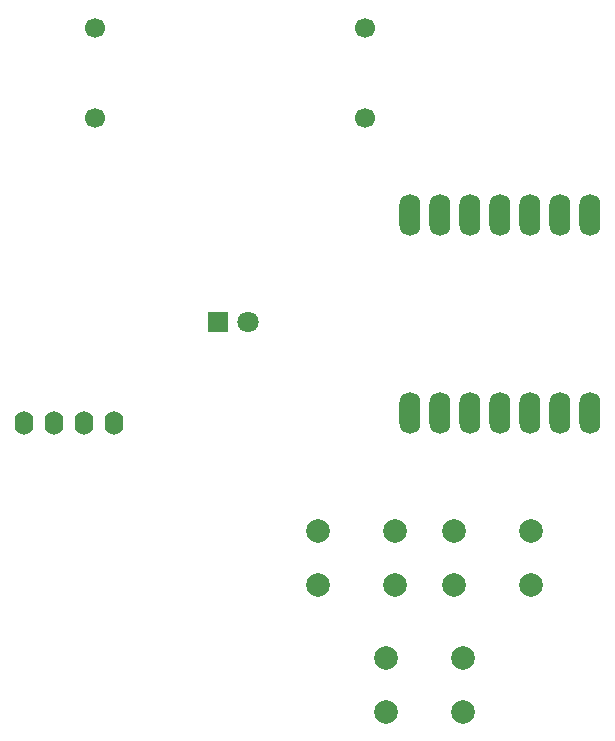
<source format=gbr>
%TF.GenerationSoftware,KiCad,Pcbnew,8.0.8*%
%TF.CreationDate,2025-02-27T23:00:34-08:00*%
%TF.ProjectId,514_final_display_pcb,3531345f-6669-46e6-916c-5f646973706c,rev?*%
%TF.SameCoordinates,Original*%
%TF.FileFunction,Soldermask,Bot*%
%TF.FilePolarity,Negative*%
%FSLAX46Y46*%
G04 Gerber Fmt 4.6, Leading zero omitted, Abs format (unit mm)*
G04 Created by KiCad (PCBNEW 8.0.8) date 2025-02-27 23:00:34*
%MOMM*%
%LPD*%
G01*
G04 APERTURE LIST*
%ADD10R,1.800000X1.800000*%
%ADD11C,1.800000*%
%ADD12C,1.700000*%
%ADD13C,2.000000*%
%ADD14O,1.600000X2.000000*%
%ADD15O,1.778000X3.556000*%
G04 APERTURE END LIST*
D10*
%TO.C,D1*%
X101975000Y-86000000D03*
D11*
X104515000Y-86000000D03*
%TD*%
D12*
%TO.C,M1*%
X91610000Y-68720000D03*
X91610000Y-61100000D03*
X114470000Y-68720000D03*
X114470000Y-61100000D03*
%TD*%
D13*
%TO.C,SW2*%
X117000000Y-108250000D03*
X110500000Y-108250000D03*
X117000000Y-103750000D03*
X110500000Y-103750000D03*
%TD*%
D14*
%TO.C,Brd1*%
X85580000Y-94550000D03*
X88120000Y-94550000D03*
X90660000Y-94550000D03*
X93200000Y-94550000D03*
%TD*%
D13*
%TO.C,SW1*%
X122750000Y-119000000D03*
X116250000Y-119000000D03*
X122750000Y-114500000D03*
X116250000Y-114500000D03*
%TD*%
D15*
%TO.C,U1*%
X133490000Y-76998000D03*
X130950000Y-76998000D03*
X128410000Y-76998000D03*
X125870000Y-76998000D03*
X123330000Y-76998000D03*
X120790000Y-76998000D03*
X118250000Y-76998000D03*
X133490000Y-93762000D03*
X130950000Y-93762000D03*
X128410000Y-93762000D03*
X125870000Y-93762000D03*
X123330000Y-93762000D03*
X120790000Y-93762000D03*
X118250000Y-93762000D03*
%TD*%
D13*
%TO.C,SW3*%
X128500000Y-108250000D03*
X122000000Y-108250000D03*
X128500000Y-103750000D03*
X122000000Y-103750000D03*
%TD*%
M02*

</source>
